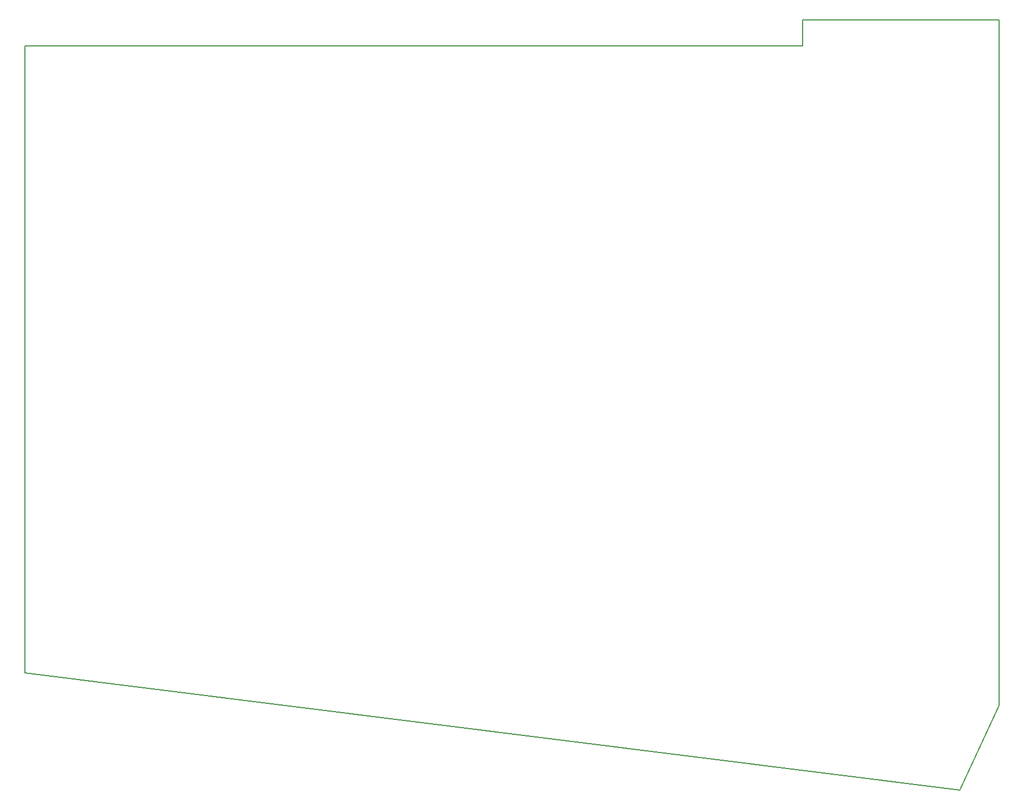
<source format=gbr>
%TF.GenerationSoftware,KiCad,Pcbnew,7.0.2-6a45011f42~172~ubuntu22.04.1*%
%TF.CreationDate,2023-05-03T20:51:49-04:00*%
%TF.ProjectId,left,6c656674-2e6b-4696-9361-645f70636258,v1.0.0*%
%TF.SameCoordinates,Original*%
%TF.FileFunction,Profile,NP*%
%FSLAX46Y46*%
G04 Gerber Fmt 4.6, Leading zero omitted, Abs format (unit mm)*
G04 Created by KiCad (PCBNEW 7.0.2-6a45011f42~172~ubuntu22.04.1) date 2023-05-03 20:51:49*
%MOMM*%
%LPD*%
G01*
G04 APERTURE LIST*
%TA.AperFunction,Profile*%
%ADD10C,0.150000*%
%TD*%
G04 APERTURE END LIST*
D10*
X185000000Y-138000000D02*
X179000000Y-151000000D01*
X185000000Y-33000000D02*
X185000000Y-138000000D01*
X155000000Y-37000000D02*
X36000000Y-37000000D01*
X155000000Y-33000000D02*
X155000000Y-37000000D01*
X155000000Y-33000000D02*
X185000000Y-33000000D01*
X179000000Y-151000000D02*
X36000000Y-133000000D01*
X36000000Y-133000000D02*
X36000000Y-37000000D01*
M02*

</source>
